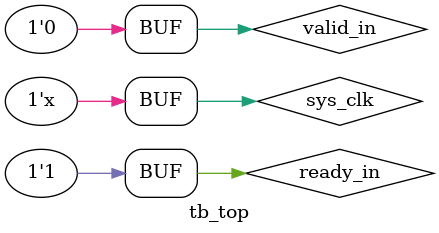
<source format=v>
`timescale 1ns/1ns
module tb_top();

reg        sys_clk;
reg        valid_in;
reg        ready_in;
wire [2:0] result;



always #10 sys_clk = ~sys_clk; //生成50MHZ 20ns的时钟信号


initial begin
    sys_clk = 1'b1;
end


initial begin
    valid_in <= 1'b0;
    #60
    valid_in <= 1'b1;
    #80
    valid_in <= 1'b0;
end

initial begin
    ready_in <= 1'b1;
    #60
    ready_in <= 1'b0;
    #20
    ready_in <= 1'b1;    
end

top inst_top
(
    .sys_clk (sys_clk),
    .valid_in(valid_in),
    .ready_in(ready_in),

    .result  (result)
);



endmodule
</source>
